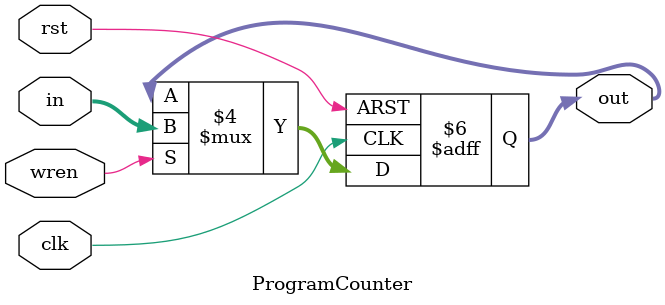
<source format=v>
module ProgramCounter(clk, rst, in, out, wren);

input rst, clk;
input wren;
input [31:0]in;

output [31:0]out;
reg [31:0]out;

always@(posedge clk or negedge rst)
begin

	if (rst == 1'b0)
		out <= 32'd0;
		
	else if (wren == 1'b1)
		out <= in;	

end

endmodule
</source>
